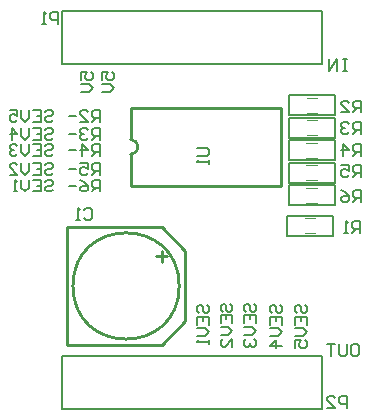
<source format=gbo>
G04 Layer_Color=32896*
%FSLAX44Y44*%
%MOMM*%
G71*
G01*
G75*
%ADD11C,0.2540*%
%ADD21C,0.2000*%
%ADD22C,0.1270*%
%ADD30C,0.1016*%
D11*
X-241000Y175000D02*
G03*
X-241000Y175000I-45000J0D01*
G01*
X-282250Y286390D02*
G03*
X-282250Y299090I0J6350D01*
G01*
X-256000Y225000D02*
X-236000Y205000D01*
Y145000D02*
Y205000D01*
X-256000Y125000D02*
X-236000Y145000D01*
X-336000Y125000D02*
X-256000D01*
X-336000D02*
Y225000D01*
X-256000D01*
X-236000Y145000D02*
Y205000D01*
X-256000Y195000D02*
Y205000D01*
X-261000Y200000D02*
X-256000D01*
X-251000D01*
X-282250Y299090D02*
Y325760D01*
Y259720D02*
Y286390D01*
Y259720D02*
X-155250D01*
Y325760D01*
X-282250D02*
X-155250D01*
D21*
X-120000Y363000D02*
Y380000D01*
X-340000Y363000D02*
X-120000D01*
Y408000D01*
X-340000Y363000D02*
Y408000D01*
X-120000D01*
X-340000Y99000D02*
Y116000D01*
X-120000D01*
X-340000Y71000D02*
Y116000D01*
X-120000Y71000D02*
Y116000D01*
X-340000Y71000D02*
X-120000D01*
D22*
X-149558Y217618D02*
Y234636D01*
Y217618D02*
X-110696D01*
Y234636D01*
X-149558D02*
X-110696D01*
X-147874Y300364D02*
X-109012D01*
X-147874D02*
Y317382D01*
X-109012D01*
Y300364D02*
Y317382D01*
X-148304Y281364D02*
X-109442D01*
X-148304D02*
Y298382D01*
X-109442D01*
Y281364D02*
Y298382D01*
X-148304Y262364D02*
X-109442D01*
X-148304D02*
Y279382D01*
X-109442D01*
Y262364D02*
Y279382D01*
X-148304Y243364D02*
X-109442D01*
X-148304D02*
Y260382D01*
X-109442D01*
Y243364D02*
Y260382D01*
X-147874Y319364D02*
X-109012D01*
X-147874D02*
Y336382D01*
X-109012D01*
Y319364D02*
Y336382D01*
X-87000Y246000D02*
Y255997D01*
X-91998D01*
X-93665Y254331D01*
Y250998D01*
X-91998Y249332D01*
X-87000D01*
X-90332D02*
X-93665Y246000D01*
X-103661Y255997D02*
X-100329Y254331D01*
X-96997Y250998D01*
Y247666D01*
X-98663Y246000D01*
X-101995D01*
X-103661Y247666D01*
Y249332D01*
X-101995Y250998D01*
X-96997D01*
X-87000Y267000D02*
Y276997D01*
X-91998D01*
X-93665Y275331D01*
Y271998D01*
X-91998Y270332D01*
X-87000D01*
X-90332D02*
X-93665Y267000D01*
X-103661Y276997D02*
X-96997D01*
Y271998D01*
X-100329Y273664D01*
X-101995D01*
X-103661Y271998D01*
Y268666D01*
X-101995Y267000D01*
X-98663D01*
X-96997Y268666D01*
X-87000Y285000D02*
Y294997D01*
X-91998D01*
X-93665Y293331D01*
Y289998D01*
X-91998Y288332D01*
X-87000D01*
X-90332D02*
X-93665Y285000D01*
X-101995D02*
Y294997D01*
X-96997Y289998D01*
X-103661D01*
X-87000Y304000D02*
Y313997D01*
X-91998D01*
X-93665Y312331D01*
Y308998D01*
X-91998Y307332D01*
X-87000D01*
X-90332D02*
X-93665Y304000D01*
X-96997Y312331D02*
X-98663Y313997D01*
X-101995D01*
X-103661Y312331D01*
Y310665D01*
X-101995Y308998D01*
X-100329D01*
X-101995D01*
X-103661Y307332D01*
Y305666D01*
X-101995Y304000D01*
X-98663D01*
X-96997Y305666D01*
X-87000Y322000D02*
Y331997D01*
X-91998D01*
X-93665Y330331D01*
Y326998D01*
X-91998Y325332D01*
X-87000D01*
X-90332D02*
X-93665Y322000D01*
X-103661D02*
X-96997D01*
X-103661Y328665D01*
Y330331D01*
X-101995Y331997D01*
X-98663D01*
X-96997Y330331D01*
X-225747Y291740D02*
X-217416D01*
X-215750Y290074D01*
Y286742D01*
X-217416Y285075D01*
X-225747D01*
X-215750Y281743D02*
Y278411D01*
Y280077D01*
X-225747D01*
X-224081Y281743D01*
X-344000Y397000D02*
Y406997D01*
X-348998D01*
X-350664Y405331D01*
Y401998D01*
X-348998Y400332D01*
X-344000D01*
X-353997Y397000D02*
X-357329D01*
X-355663D01*
Y406997D01*
X-353997Y405331D01*
X-99000Y72000D02*
Y81997D01*
X-103998D01*
X-105665Y80331D01*
Y76998D01*
X-103998Y75332D01*
X-99000D01*
X-115661Y72000D02*
X-108997D01*
X-115661Y78664D01*
Y80331D01*
X-113995Y81997D01*
X-110663D01*
X-108997Y80331D01*
X-321665Y239331D02*
X-319998Y240997D01*
X-316666D01*
X-315000Y239331D01*
Y232666D01*
X-316666Y231000D01*
X-319998D01*
X-321665Y232666D01*
X-324997Y231000D02*
X-328329D01*
X-326663D01*
Y240997D01*
X-324997Y239331D01*
X-88000Y220000D02*
Y229997D01*
X-92998D01*
X-94664Y228331D01*
Y224998D01*
X-92998Y223332D01*
X-88000D01*
X-91332D02*
X-94664Y220000D01*
X-97997D02*
X-101329D01*
X-99663D01*
Y229997D01*
X-97997Y228331D01*
X-323997Y349336D02*
Y356000D01*
X-318998D01*
X-320664Y352668D01*
Y351002D01*
X-318998Y349336D01*
X-315666D01*
X-314000Y351002D01*
Y354334D01*
X-315666Y356000D01*
X-323997Y346003D02*
X-317332D01*
X-314000Y342671D01*
X-317332Y339339D01*
X-323997D01*
X-99000Y366997D02*
X-102332D01*
X-100666D01*
Y357000D01*
X-99000D01*
X-102332D01*
X-107331D02*
Y366997D01*
X-113995Y357000D01*
Y366997D01*
X-93998Y125997D02*
X-90666D01*
X-89000Y124331D01*
Y117666D01*
X-90666Y116000D01*
X-93998D01*
X-95665Y117666D01*
Y124331D01*
X-93998Y125997D01*
X-98997D02*
Y117666D01*
X-100663Y116000D01*
X-103995D01*
X-105661Y117666D01*
Y125997D01*
X-108994D02*
X-115658D01*
X-112326D01*
Y116000D01*
X-308000Y314000D02*
Y323997D01*
X-312998D01*
X-314664Y322331D01*
Y318998D01*
X-312998Y317332D01*
X-308000D01*
X-311332D02*
X-314664Y314000D01*
X-324661D02*
X-317997D01*
X-324661Y320664D01*
Y322331D01*
X-322995Y323997D01*
X-319663D01*
X-317997Y322331D01*
X-327994Y318998D02*
X-334658D01*
X-354652Y322331D02*
X-352985Y323997D01*
X-349653D01*
X-347987Y322331D01*
Y320664D01*
X-349653Y318998D01*
X-352985D01*
X-354652Y317332D01*
Y315666D01*
X-352985Y314000D01*
X-349653D01*
X-347987Y315666D01*
X-364648Y323997D02*
X-357984D01*
Y314000D01*
X-364648D01*
X-357984Y318998D02*
X-361316D01*
X-367981Y323997D02*
Y317332D01*
X-371313Y314000D01*
X-374645Y317332D01*
Y323997D01*
X-384642D02*
X-377977D01*
Y318998D01*
X-381310Y320664D01*
X-382976D01*
X-384642Y318998D01*
Y315666D01*
X-382976Y314000D01*
X-379644D01*
X-377977Y315666D01*
X-308000Y299000D02*
Y308997D01*
X-312998D01*
X-314664Y307331D01*
Y303998D01*
X-312998Y302332D01*
X-308000D01*
X-311332D02*
X-314664Y299000D01*
X-317997Y307331D02*
X-319663Y308997D01*
X-322995D01*
X-324661Y307331D01*
Y305665D01*
X-322995Y303998D01*
X-321329D01*
X-322995D01*
X-324661Y302332D01*
Y300666D01*
X-322995Y299000D01*
X-319663D01*
X-317997Y300666D01*
X-327994Y303998D02*
X-334658D01*
X-354652Y307331D02*
X-352985Y308997D01*
X-349653D01*
X-347987Y307331D01*
Y305665D01*
X-349653Y303998D01*
X-352985D01*
X-354652Y302332D01*
Y300666D01*
X-352985Y299000D01*
X-349653D01*
X-347987Y300666D01*
X-364648Y308997D02*
X-357984D01*
Y299000D01*
X-364648D01*
X-357984Y303998D02*
X-361316D01*
X-367981Y308997D02*
Y302332D01*
X-371313Y299000D01*
X-374645Y302332D01*
Y308997D01*
X-382976Y299000D02*
Y308997D01*
X-377977Y303998D01*
X-384642D01*
X-308000Y285000D02*
Y294997D01*
X-312998D01*
X-314664Y293331D01*
Y289998D01*
X-312998Y288332D01*
X-308000D01*
X-311332D02*
X-314664Y285000D01*
X-322995D02*
Y294997D01*
X-317997Y289998D01*
X-324661D01*
X-327994D02*
X-334658D01*
X-354652Y293331D02*
X-352985Y294997D01*
X-349653D01*
X-347987Y293331D01*
Y291665D01*
X-349653Y289998D01*
X-352985D01*
X-354652Y288332D01*
Y286666D01*
X-352985Y285000D01*
X-349653D01*
X-347987Y286666D01*
X-364648Y294997D02*
X-357984D01*
Y285000D01*
X-364648D01*
X-357984Y289998D02*
X-361316D01*
X-367981Y294997D02*
Y288332D01*
X-371313Y285000D01*
X-374645Y288332D01*
Y294997D01*
X-377977Y293331D02*
X-379644Y294997D01*
X-382976D01*
X-384642Y293331D01*
Y291665D01*
X-382976Y289998D01*
X-381310D01*
X-382976D01*
X-384642Y288332D01*
Y286666D01*
X-382976Y285000D01*
X-379644D01*
X-377977Y286666D01*
X-308000Y269000D02*
Y278997D01*
X-312998D01*
X-314664Y277331D01*
Y273998D01*
X-312998Y272332D01*
X-308000D01*
X-311332D02*
X-314664Y269000D01*
X-324661Y278997D02*
X-317997D01*
Y273998D01*
X-321329Y275665D01*
X-322995D01*
X-324661Y273998D01*
Y270666D01*
X-322995Y269000D01*
X-319663D01*
X-317997Y270666D01*
X-327994Y273998D02*
X-334658D01*
X-354652Y277331D02*
X-352985Y278997D01*
X-349653D01*
X-347987Y277331D01*
Y275665D01*
X-349653Y273998D01*
X-352985D01*
X-354652Y272332D01*
Y270666D01*
X-352985Y269000D01*
X-349653D01*
X-347987Y270666D01*
X-364648Y278997D02*
X-357984D01*
Y269000D01*
X-364648D01*
X-357984Y273998D02*
X-361316D01*
X-367981Y278997D02*
Y272332D01*
X-371313Y269000D01*
X-374645Y272332D01*
Y278997D01*
X-384642Y269000D02*
X-377977D01*
X-384642Y275665D01*
Y277331D01*
X-382976Y278997D01*
X-379644D01*
X-377977Y277331D01*
X-308000Y255000D02*
Y264997D01*
X-312998D01*
X-314664Y263331D01*
Y259998D01*
X-312998Y258332D01*
X-308000D01*
X-311332D02*
X-314664Y255000D01*
X-324661Y264997D02*
X-321329Y263331D01*
X-317997Y259998D01*
Y256666D01*
X-319663Y255000D01*
X-322995D01*
X-324661Y256666D01*
Y258332D01*
X-322995Y259998D01*
X-317997D01*
X-327994D02*
X-334658D01*
X-354652Y263331D02*
X-352985Y264997D01*
X-349653D01*
X-347987Y263331D01*
Y261665D01*
X-349653Y259998D01*
X-352985D01*
X-354652Y258332D01*
Y256666D01*
X-352985Y255000D01*
X-349653D01*
X-347987Y256666D01*
X-364648Y264997D02*
X-357984D01*
Y255000D01*
X-364648D01*
X-357984Y259998D02*
X-361316D01*
X-367981Y264997D02*
Y258332D01*
X-371313Y255000D01*
X-374645Y258332D01*
Y264997D01*
X-377977Y255000D02*
X-381310D01*
X-379644D01*
Y264997D01*
X-377977Y263331D01*
X-224331Y152336D02*
X-225997Y154002D01*
Y157334D01*
X-224331Y159000D01*
X-222665D01*
X-220998Y157334D01*
Y154002D01*
X-219332Y152336D01*
X-217666D01*
X-216000Y154002D01*
Y157334D01*
X-217666Y159000D01*
X-225997Y142339D02*
Y149003D01*
X-216000D01*
Y142339D01*
X-220998Y149003D02*
Y145671D01*
X-225997Y139007D02*
X-219332D01*
X-216000Y135674D01*
X-219332Y132342D01*
X-225997D01*
X-216000Y129010D02*
Y125677D01*
Y127344D01*
X-225997D01*
X-224331Y129010D01*
X-204331Y153336D02*
X-205997Y155002D01*
Y158334D01*
X-204331Y160000D01*
X-202665D01*
X-200998Y158334D01*
Y155002D01*
X-199332Y153336D01*
X-197666D01*
X-196000Y155002D01*
Y158334D01*
X-197666Y160000D01*
X-205997Y143339D02*
Y150003D01*
X-196000D01*
Y143339D01*
X-200998Y150003D02*
Y146671D01*
X-205997Y140007D02*
X-199332D01*
X-196000Y136674D01*
X-199332Y133342D01*
X-205997D01*
X-196000Y123345D02*
Y130010D01*
X-202665Y123345D01*
X-204331D01*
X-205997Y125011D01*
Y128343D01*
X-204331Y130010D01*
X-184331Y153336D02*
X-185997Y155002D01*
Y158334D01*
X-184331Y160000D01*
X-182665D01*
X-180998Y158334D01*
Y155002D01*
X-179332Y153336D01*
X-177666D01*
X-176000Y155002D01*
Y158334D01*
X-177666Y160000D01*
X-185997Y143339D02*
Y150003D01*
X-176000D01*
Y143339D01*
X-180998Y150003D02*
Y146671D01*
X-185997Y140007D02*
X-179332D01*
X-176000Y136674D01*
X-179332Y133342D01*
X-185997D01*
X-184331Y130010D02*
X-185997Y128343D01*
Y125011D01*
X-184331Y123345D01*
X-182665D01*
X-180998Y125011D01*
Y126677D01*
Y125011D01*
X-179332Y123345D01*
X-177666D01*
X-176000Y125011D01*
Y128343D01*
X-177666Y130010D01*
X-162331Y152336D02*
X-163997Y154002D01*
Y157334D01*
X-162331Y159000D01*
X-160665D01*
X-158998Y157334D01*
Y154002D01*
X-157332Y152336D01*
X-155666D01*
X-154000Y154002D01*
Y157334D01*
X-155666Y159000D01*
X-163997Y142339D02*
Y149003D01*
X-154000D01*
Y142339D01*
X-158998Y149003D02*
Y145671D01*
X-163997Y139007D02*
X-157332D01*
X-154000Y135674D01*
X-157332Y132342D01*
X-163997D01*
X-154000Y124011D02*
X-163997D01*
X-158998Y129010D01*
Y122345D01*
X-141331Y152336D02*
X-142997Y154002D01*
Y157334D01*
X-141331Y159000D01*
X-139664D01*
X-137998Y157334D01*
Y154002D01*
X-136332Y152336D01*
X-134666D01*
X-133000Y154002D01*
Y157334D01*
X-134666Y159000D01*
X-142997Y142339D02*
Y149003D01*
X-133000D01*
Y142339D01*
X-137998Y149003D02*
Y145671D01*
X-142997Y139007D02*
X-136332D01*
X-133000Y135674D01*
X-136332Y132342D01*
X-142997D01*
Y122345D02*
Y129010D01*
X-137998D01*
X-139664Y125677D01*
Y124011D01*
X-137998Y122345D01*
X-134666D01*
X-133000Y124011D01*
Y127344D01*
X-134666Y129010D01*
X-305997Y349336D02*
Y356000D01*
X-300998D01*
X-302665Y352668D01*
Y351002D01*
X-300998Y349336D01*
X-297666D01*
X-296000Y351002D01*
Y354334D01*
X-297666Y356000D01*
X-305997Y346003D02*
X-299332D01*
X-296000Y342671D01*
X-299332Y339339D01*
X-305997D01*
D30*
X-134318Y232350D02*
X-125682D01*
X-134318Y219650D02*
X-125682D01*
X-132888Y315350D02*
X-124252D01*
X-132888Y302650D02*
X-124252D01*
X-133318Y296350D02*
X-124682D01*
X-133318Y283650D02*
X-124682D01*
X-133318Y277350D02*
X-124682D01*
X-133318Y264650D02*
X-124682D01*
X-133318Y258350D02*
X-124682D01*
X-133318Y245650D02*
X-124682D01*
X-132888Y334350D02*
X-124252D01*
X-132888Y321650D02*
X-124252D01*
M02*

</source>
